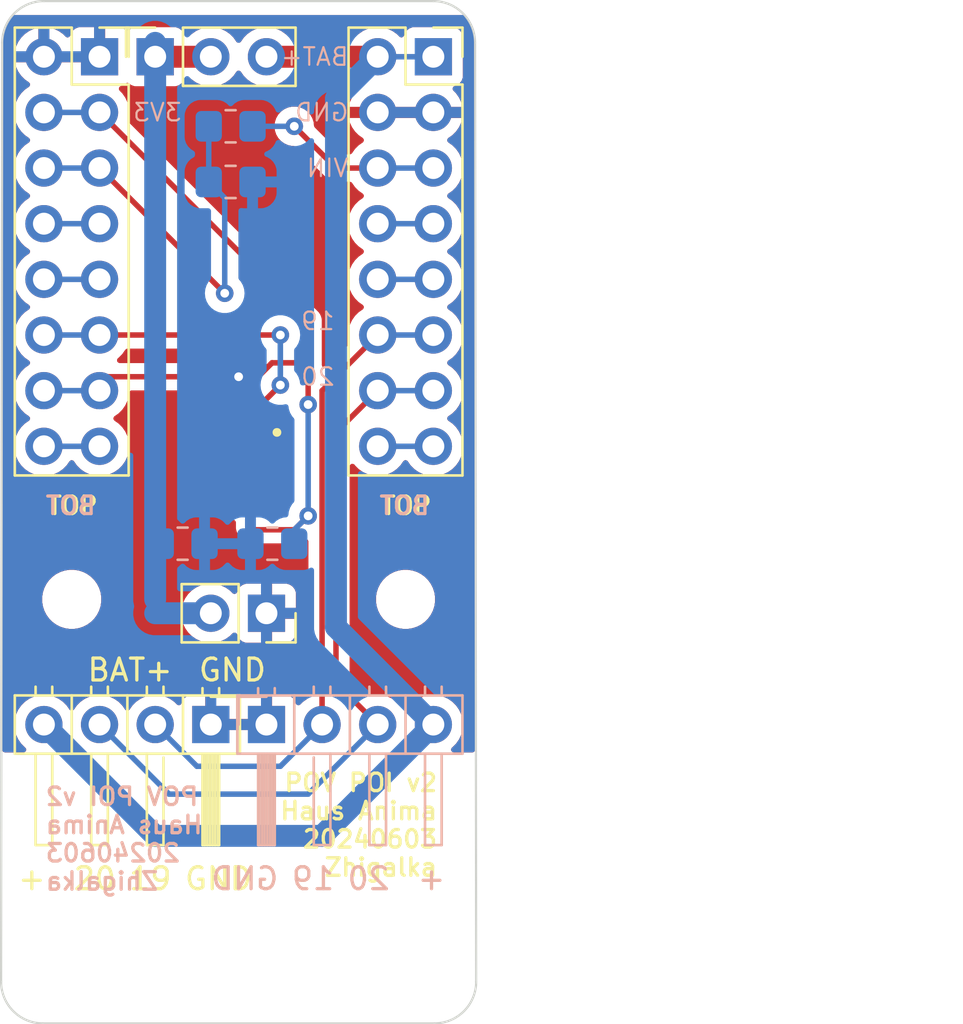
<source format=kicad_pcb>
(kicad_pcb (version 20240108) (generator "pcbnew") (generator_version "8.0")
  (layers (0 "F.Cu" signal) (31 "B.Cu" signal) (34 "B.Paste" user) (35 "F.Paste" user) (36 "B.SilkS" user "B.Silkscreen") (37 "F.SilkS" user "F.Silkscreen") (38 "B.Mask" user) (39 "F.Mask" user) (44 "Edge.Cuts" user))
  (net 0 "")
  (net 1 "GND")
  (net 2 "/IO22")
  (net 3 "/5")
  (net 4 "/23")
  (net 5 "/IO4")
  (net 6 "/IO21")
  (net 7 "/7")
  (net 8 "/VIN")
  (net 9 "/3V3")
  (net 10 "/17")
  (net 11 "/16")
  (net 12 "/19")
  (net 13 "/20")
  (net 14 "/6")
  (net 15 "/BAT_TERMINAL")
  (net 16 "/CHIP_BAT+")
  (net 18 "unconnected-(U1-NC-Pad5)")
  (footprint "MountingHole:MountingHole_2.2mm_M2" (layer "F.Cu") (at 44.45 52.705)
    (property "Reference" "H1" (hide yes))
    (property "Value" "MountingHole" (hide yes))
    (pad "" np_thru_hole circle (at 0 0) (size 2.2 2.2) (drill 2.2) (layers "*.Cu" "*.Mask"))
  )
  (footprint "MountingHole:MountingHole_2.2mm_M2" (layer "F.Cu") (at 64.77 40.64)
    (property "Reference" "H5" (hide yes))
    (property "Value" "MountingHole")
    (pad "" np_thru_hole circle (at 0 0) (size 2.2 2.2) (drill 2.2) (layers "*.Cu" "*.Mask"))
  )
  (footprint "Library:PinHeader_1x04_P2.54mm_Horizontal_Seth" (layer "F.Cu") (at 35.56 58.42 -90)
    (property "Reference" "J5" (hide yes))
    (property "Value" "Conn_01x04" (hide yes))
    (fp_line (start -1.33 8.95) (end 1.33 8.95) (stroke (width 0.12)) (layer "F.SilkS"))
    (fp_line (start 1.33 8.95) (end 1.33 -1.33) (stroke (width 0.12)) (layer "F.SilkS"))
    (fp_line (start -1.727071 8) (end -1.33 8) (stroke (width 0.12)) (layer "F.SilkS"))
    (fp_line (start 5.5 8) (end 1.4 8) (stroke (width 0.12)) (layer "F.SilkS"))
    (fp_line (start -1.727071 7.24) (end -1.33 7.24) (stroke (width 0.12)) (layer "F.SilkS"))
    (fp_line (start 1.4 7.24) (end 5.5 7.24) (stroke (width 0.12)) (layer "F.SilkS"))
    (fp_line (start 5.5 7.24) (end 5.5 8) (stroke (width 0.12)) (layer "F.SilkS"))
    (fp_line (start -1.33 6.35) (end 1.33 6.35) (stroke (width 0.12)) (layer "F.SilkS"))
    (fp_line (start -1.727071 5.46) (end -1.33 5.46) (stroke (width 0.12)) (layer "F.SilkS"))
    (fp_line (start 5.5 5.46) (end 1.4 5.46) (stroke (width 0.12)) (layer "F.SilkS"))
    (fp_line (start -1.727071 4.7) (end -1.33 4.7) (stroke (width 0.12)) (layer "F.SilkS"))
    (fp_line (start 1.4 4.7) (end 5.5 4.7) (stroke (width 0.12)) (layer "F.SilkS"))
    (fp_line (start 5.5 4.7) (end 5.5 5.46) (stroke (width 0.12)) (layer "F.SilkS"))
    (fp_line (start -1.33 3.81) (end 1.33 3.81) (stroke (width 0.12)) (layer "F.SilkS"))
    (fp_line (start -1.727071 2.92) (end -1.33 2.92) (stroke (width 0.12)) (layer "F.SilkS"))
    (fp_line (start 5.5 2.92) (end 1.33 2.92) (stroke (width 0.12)) (layer "F.SilkS"))
    (fp_line (start -1.727071 2.16) (end -1.33 2.16) (stroke (width 0.12)) (layer "F.SilkS"))
    (fp_line (start 1.5 2.16) (end 5.5 2.16) (stroke (width 0.12)) (layer "F.SilkS"))
    (fp_line (start 5.5 2.16) (end 5.5 2.92) (stroke (width 0.12)) (layer "F.SilkS"))
    (fp_line (start -1.33 1.27) (end 1.33 1.27) (stroke (width 0.12)) (layer "F.SilkS"))
    (fp_line (start -1.66 0.38) (end -1.33 0.38) (stroke (width 0.12)) (layer "F.SilkS"))
    (fp_line (start 5.5 0.38) (end 1.4 0.38) (stroke (width 0.12)) (layer "F.SilkS"))
    (fp_line (start 1.4 0.28) (end 5.5 0.28) (stroke (width 0.12)) (layer "F.SilkS"))
    (fp_line (start 1.4 0.16) (end 5.5 0.16) (stroke (width 0.12)) (layer "F.SilkS"))
    (fp_line (start 1.4 0.04) (end 5.5 0.04) (stroke (width 0.12)) (layer "F.SilkS"))
    (fp_line (start -1.27 0) (end -1.27 -1.27) (stroke (width 0.12)) (layer "F.SilkS"))
    (fp_line (start 1.4 -0.08) (end 5.5 -0.08) (stroke (width 0.12)) (layer "F.SilkS"))
    (fp_line (start 1.4 -0.2) (end 5.5 -0.2) (stroke (width 0.12)) (layer "F.SilkS"))
    (fp_line (start 1.4 -0.32) (end 5.5 -0.32) (stroke (width 0.12)) (layer "F.SilkS"))
    (fp_line (start -1.66 -0.38) (end -1.33 -0.38) (stroke (width 0.12)) (layer "F.SilkS"))
    (fp_line (start 1.4 -0.38) (end 5.5 -0.38) (stroke (width 0.12)) (layer "F.SilkS"))
    (fp_line (start 5.5 -0.38) (end 5.5 0.38) (stroke (width 0.12)) (layer "F.SilkS"))
    (fp_line (start -1.27 -1.27) (end 0 -1.27) (stroke (width 0.12)) (layer "F.SilkS"))
    (fp_line (start -1.33 -1.33) (end -1.33 8.95) (stroke (width 0.12)) (layer "F.SilkS"))
    (fp_line (start 1.33 -1.33) (end -1.33 -1.33) (stroke (width 0.12)) (layer "F.SilkS"))
    (pad "1" thru_hole rect (at 0 0 270) (size 1.7 1.7) (drill 1) (layers "*.Cu" "*.Mask") (net 1 "GND"))
    (pad "2" thru_hole oval (at 0 2.54 270) (size 1.7 1.7) (drill 1) (layers "*.Cu" "*.Mask") (net 12 "/19"))
    (pad "3" thru_hole oval (at 0 5.08 270) (size 1.7 1.7) (drill 1) (layers "*.Cu" "*.Mask") (net 13 "/20"))
    (pad "4" thru_hole oval (at 0 7.62 270) (size 1.7 1.7) (drill 1) (layers "*.Cu" "*.Mask") (net 16 "/CHIP_BAT+"))
  )
  (footprint "MountingHole:MountingHole_2.2mm_M2" (layer "F.Cu") (at 29.21 67.31)
    (property "Reference" "H3" (hide yes))
    (property "Value" "MountingHole" (hide yes))
    (pad "" np_thru_hole circle (at 0 0) (size 2.2 2.2) (drill 2.2) (layers "*.Cu" "*.Mask"))
  )
  (footprint "Connector_PinSocket_2.54mm:PinSocket_1x03_P2.54mm_Vertical" (layer "F.Cu") (at 33.02 27.94 90)
    (property "Reference" "SW1" (hide yes))
    (property "Value" "SW_SPDT" (hide yes))
    (fp_line (start 1.33 -1.33) (end 1.33 0) (stroke (width 0.12)) (layer "F.SilkS"))
    (fp_line (start 0 -1.33) (end 1.33 -1.33) (stroke (width 0.12)) (layer "F.SilkS"))
    (fp_line (start 1.33 1.27) (end 1.33 6.41) (stroke (width 0.12)) (layer "F.SilkS"))
    (fp_line (start -1.33 1.27) (end 1.33 1.27) (stroke (width 0.12)) (layer "F.SilkS"))
    (fp_line (start -1.33 1.27) (end -1.33 6.41) (stroke (width 0.12)) (layer "F.SilkS"))
    (fp_line (start -1.33 6.41) (end 1.33 6.41) (stroke (width 0.12)) (layer "F.SilkS"))
    (pad "1" thru_hole rect (at 0 0 90) (size 1.7 1.7) (drill 1) (layers "*.Cu" "*.Mask") (net 15 "/BAT_TERMINAL"))
    (pad "2" thru_hole oval (at 0 2.54 90) (size 1.7 1.7) (drill 1) (layers "*.Cu" "*.Mask") (net 15 "/BAT_TERMINAL"))
    (pad "3" thru_hole oval (at 0 5.08 90) (size 1.7 1.7) (drill 1) (layers "*.Cu" "*.Mask") (net 16 "/CHIP_BAT+"))
  )
  (footprint "Connector_PinSocket_2.54mm:PinSocket_1x02_P2.54mm_Vertical" (layer "F.Cu") (at 38.1 53.34 -90)
    (property "Reference" "BatteryConn1" (hide yes))
    (property "Value" "Conn_01x02" (hide yes))
    (fp_line (start -1.33 3.87) (end 1.33 3.87) (stroke (width 0.12)) (layer "F.SilkS"))
    (fp_line (start -1.33 1.27) (end -1.33 3.87) (stroke (width 0.12)) (layer "F.SilkS"))
    (fp_line (start -1.33 1.27) (end 1.33 1.27) (stroke (width 0.12)) (layer "F.SilkS"))
    (fp_line (start 1.33 1.27) (end 1.33 3.87) (stroke (width 0.12)) (layer "F.SilkS"))
    (fp_line (start 0 -1.33) (end 1.33 -1.33) (stroke (width 0.12)) (layer "F.SilkS"))
    (fp_line (start 1.33 -1.33) (end 1.33 0) (stroke (width 0.12)) (layer "F.SilkS"))
    (pad "1" thru_hole rect (at 0 0 270) (size 1.7 1.7) (drill 1) (layers "*.Cu" "*.Mask") (net 1 "GND"))
    (pad "2" thru_hole oval (at 0 2.54 270) (size 1.7 1.7) (drill 1) (layers "*.Cu" "*.Mask") (net 15 "/BAT_TERMINAL"))
  )
  (footprint "Library:PQFN50P200X200X100-12N_HandSoldering" (layer "F.Cu") (at 37.08 46.485 -90)
    (property "Reference" "U1" (hide yes))
    (property "Value" "MC3479")
    (fp_circle (center -1.4 -1.5) (end -1.3 -1.5) (stroke (width 0.2)) (fill none) (layer "F.SilkS"))
    (pad "1" smd rect (at -1.34 -0.75 270) (size 1.5 0.35) (layers "F.Cu" "F.Paste" "F.Mask") (net 2 "/IO22"))
    (pad "2" smd rect (at -1.34 -0.25 270) (size 1.5 0.35) (layers "F.Cu" "F.Paste" "F.Mask") (net 9 "/3V3"))
    (pad "3" smd rect (at -1.34 0.25 270) (size 1.5 0.35) (layers "F.Cu" "F.Paste" "F.Mask") (net 1 "GND"))
    (pad "4" smd rect (at -1.34 0.75 270) (size 1.5 0.35) (layers "F.Cu" "F.Paste" "F.Mask") (net 6 "/IO21"))
    (pad "5" smd rect (at -0.25 1.34 270) (size 0.35 1.5) (layers "F.Cu" "F.Paste" "F.Mask") (net 18 "unconnected-(U1-NC-Pad5)"))
    (pad "6" smd rect (at 0.25 1.34 270) (size 0.35 1.5) (layers "F.Cu" "F.Paste" "F.Mask") (net 1 "GND"))
    (pad "7" smd rect (at 1.34 0.75 270) (size 1.5 0.35) (layers "F.Cu" "F.Paste" "F.Mask") (net 1 "GND"))
    (pad "8" smd rect (at 1.34 0.25 270) (size 1.5 0.35) (layers "F.Cu" "F.Paste" "F.Mask"))
    (pad "9" smd rect (at 1.34 -0.25 270) (size 1.5 0.35) (layers "F.Cu" "F.Paste" "F.Mask") (net 9 "/3V3"))
    (pad "10" smd rect (at 1.34 -0.75 270) (size 1.5 0.35) (layers "F.Cu" "F.Paste" "F.Mask"))
    (pad "11" smd rect (at 0.25 -1.32 270) (size 0.35 1.5) (layers "F.Cu" "F.Paste" "F.Mask"))
    (pad "12" smd rect (at -0.25 -1.32 270) (size 0.35 1.5) (layers "F.Cu" "F.Paste" "F.Mask"))
  )
  (footprint "Connector_PinSocket_2.54mm:PinSocket_2x08_P2.54mm_Vertical" (layer "F.Cu") (at 45.72 27.94)
    (property "Reference" "J2" (hide yes))
    (property "Value" "Conn_02x08_Top_Bottom" (hide yes))
    (fp_line (start -3.87 -1.33) (end -3.87 19.11) (stroke (width 0.12)) (layer "F.SilkS"))
    (fp_line (start -3.87 -1.33) (end -1.27 -1.33) (stroke (width 0.12)) (layer "F.SilkS"))
    (fp_line (start -3.87 19.11) (end 1.33 19.11) (stroke (width 0.12)) (layer "F.SilkS"))
    (fp_line (start -1.27 -1.33) (end -1.27 1.27) (stroke (width 0.12)) (layer "F.SilkS"))
    (fp_line (start -1.27 1.27) (end 1.33 1.27) (stroke (width 0.12)) (layer "F.SilkS"))
    (fp_line (start 0 -1.33) (end 1.33 -1.33) (stroke (width 0.12)) (layer "F.SilkS"))
    (fp_line (start 1.33 -1.33) (end 1.33 0) (stroke (width 0.12)) (layer "F.SilkS"))
    (fp_line (start 1.33 1.27) (end 1.33 19.11) (stroke (width 0.12)) (layer "F.SilkS"))
    (pad "1" thru_hole rect (at 0 0) (size 1.7 1.7) (drill 1) (layers "*.Cu" "*.Mask") (net 16 "/CHIP_BAT+"))
    (pad "2" thru_hole oval (at -2.54 0) (size 1.7 1.7) (drill 1) (layers "*.Cu" "*.Mask") (net 16 "/CHIP_BAT+"))
    (pad "3" thru_hole oval (at 0 2.54) (size 1.7 1.7) (drill 1) (layers "*.Cu" "*.Mask") (net 1 "GND"))
    (pad "4" thru_hole oval (at -2.54 2.54) (size 1.7 1.7) (drill 1) (layers "*.Cu" "*.Mask") (net 1 "GND"))
    (pad "5" thru_hole oval (at 0 5.08) (size 1.7 1.7) (drill 1) (layers "*.Cu" "*.Mask") (net 8 "/VIN"))
    (pad "6" thru_hole oval (at -2.54 5.08) (size 1.7 1.7) (drill 1) (layers "*.Cu" "*.Mask") (net 8 "/VIN"))
    (pad "7" thru_hole oval (at 0 7.62) (size 1.7 1.7) (drill 1) (layers "*.Cu" "*.Mask") (net 10 "/17"))
    (pad "8" thru_hole oval (at -2.54 7.62) (size 1.7 1.7) (drill 1) (layers "*.Cu" "*.Mask") (net 10 "/17"))
    (pad "9" thru_hole oval (at 0 10.16) (size 1.7 1.7) (drill 1) (layers "*.Cu" "*.Mask") (net 11 "/16"))
    (pad "10" thru_hole oval (at -2.54 10.16) (size 1.7 1.7) (drill 1) (layers "*.Cu" "*.Mask") (net 11 "/16"))
    (pad "11" thru_hole oval (at 0 12.7) (size 1.7 1.7) (drill 1) (layers "*.Cu" "*.Mask") (net 12 "/19"))
    (pad "12" thru_hole oval (at -2.54 12.7) (size 1.7 1.7) (drill 1) (layers "*.Cu" "*.Mask") (net 12 "/19"))
    (pad "13" thru_hole oval (at 0 15.24) (size 1.7 1.7) (drill 1) (layers "*.Cu" "*.Mask") (net 13 "/20"))
    (pad "14" thru_hole oval (at -2.54 15.24) (size 1.7 1.7) (drill 1) (layers "*.Cu" "*.Mask") (net 13 "/20"))
    (pad "15" thru_hole oval (at 0 17.78) (size 1.7 1.7) (drill 1) (layers "*.Cu" "*.Mask") (net 14 "/6"))
    (pad "16" thru_hole oval (at -2.54 17.78) (size 1.7 1.7) (drill 1) (layers "*.Cu" "*.Mask") (net 14 "/6"))
  )
  (footprint "MountingHole:MountingHole_2.2mm_M2" (layer "F.Cu") (at 44.45 67.31)
    (property "Reference" "H4" (hide yes))
    (property "Value" "MountingHole" (hide yes))
    (pad "" np_thru_hole circle (at 0 0) (size 2.2 2.2) (drill 2.2) (layers "*.Cu" "*.Mask"))
  )
  (footprint "Connector_PinSocket_2.54mm:PinSocket_2x08_P2.54mm_Vertical" (layer "F.Cu") (at 30.48 27.94)
    (property "Reference" "J1" (hide yes))
    (property "Value" "Conn_02x08_Top_Bottom" (hide yes))
    (fp_line (start -3.87 -1.33) (end -3.87 19.11) (stroke (width 0.12)) (layer "F.SilkS"))
    (fp_line (start -3.87 -1.33) (end -1.27 -1.33) (stroke (width 0.12)) (layer "F.SilkS"))
    (fp_line (start -3.87 19.11) (end 1.33 19.11) (stroke (width 0.12)) (layer "F.SilkS"))
    (fp_line (start -1.27 -1.33) (end -1.27 1.27) (stroke (width 0.12)) (layer "F.SilkS"))
    (fp_line (start -1.27 1.27) (end 1.33 1.27) (stroke (width 0.12)) (layer "F.SilkS"))
    (fp_line (start 0 -1.33) (end 1.33 -1.33) (stroke (width 0.12)) (layer "F.SilkS"))
    (fp_line (start 1.33 -1.33) (end 1.33 0) (stroke (width 0.12)) (layer "F.SilkS"))
    (fp_line (start 1.33 1.27) (end 1.33 19.11) (stroke (width 0.12)) (layer "F.SilkS"))
    (pad "1" thru_hole rect (at 0 0) (size 1.7 1.7) (drill 1) (layers "*.Cu" "*.Mask") (net 1 "GND"))
    (pad "2" thru_hole oval (at -2.54 0) (size 1.7 1.7) (drill 1) (layers "*.Cu" "*.Mask") (net 1 "GND"))
    (pad "3" thru_hole oval (at 0 2.54) (size 1.7 1.7) (drill 1) (layers "*.Cu" "*.Mask") (net 9 "/3V3"))
    (pad "4" thru_hole oval (at -2.54 2.54) (size 1.7 1.7) (drill 1) (layers "*.Cu" "*.Mask") (net 9 "/3V3"))
    (pad "5" thru_hole oval (at 0 5.08) (size 1.7 1.7) (drill 1) (layers "*.Cu" "*.Mask") (net 5 "/IO4"))
    (pad "6" thru_hole oval (at -2.54 5.08) (size 1.7 1.7) (drill 1) (layers "*.Cu" "*.Mask") (net 5 "/IO4"))
    (pad "7" thru_hole oval (at 0 7.62) (size 1.7 1.7) (drill 1) (layers "*.Cu" "*.Mask") (net 3 "/5"))
    (pad "8" thru_hole oval (at -2.54 7.62) (size 1.7 1.7) (drill 1) (layers "*.Cu" "*.Mask") (net 3 "/5"))
    (pad "9" thru_hole oval (at 0 10.16) (size 1.7 1.7) (drill 1) (layers "*.Cu" "*.Mask") (net 4 "/23"))
    (pad "10" thru_hole oval (at -2.54 10.16) (size 1.7 1.7) (drill 1) (layers "*.Cu" "*.Mask") (net 4 "/23"))
    (pad "11" thru_hole oval (at 0 12.7) (size 1.7 1.7) (drill 1) (layers "*.Cu" "*.Mask") (net 2 "/IO22"))
    (pad "12" thru_hole oval (at -2.54 12.7) (size 1.7 1.7) (drill 1) (layers "*.Cu" "*.Mask") (net 2 "/IO22"))
    (pad "13" thru_hole oval (at 0 15.24) (size 1.7 1.7) (drill 1) (layers "*.Cu" "*.Mask") (net 6 "/IO21"))
    (pad "14" thru_hole oval (at -2.54 15.24) (size 1.7 1.7) (drill 1) (layers "*.Cu" "*.Mask") (net 6 "/IO21"))
    (pad "15" thru_hole oval (at 0 17.78) (size 1.7 1.7) (drill 1) (layers "*.Cu" "*.Mask") (net 7 "/7"))
    (pad "16" thru_hole oval (at -2.54 17.78) (size 1.7 1.7) (drill 1) (layers "*.Cu" "*.Mask") (net 7 "/7"))
  )
  (footprint "MountingHole:MountingHole_2.2mm_M2" (layer "F.Cu") (at 29.21 52.705)
    (property "Reference" "H2" (hide yes))
    (property "Value" "MountingHole" (hide yes))
    (pad "" np_thru_hole circle (at 0 0) (size 2.2 2.2) (drill 2.2) (layers "*.Cu" "*.Mask"))
  )
  (footprint "Resistor_SMD:R_0805_2012Metric_Pad1.20x1.40mm_HandSolder" (layer "B.Cu") (at 36.465 31.115)
    (property "Reference" "R1" (hide yes))
    (property "Value" "R_US" (hide yes))
    (fp_line (start 0.227064 -0.735) (end -0.227064 -0.735) (stroke (width 0.12)) (layer "B.SilkS"))
    (fp_line (start 0.227064 0.735) (end -0.227064 0.735) (stroke (width 0.12)) (layer "B.SilkS"))
    (pad "1" smd roundrect (at -1 0) (size 1.2 1.4) (layers "B.Cu" "B.Paste" "B.Mask") (roundrect_rratio 0.208333) (net 5 "/IO4"))
    (pad "2" smd roundrect (at 1 0) (size 1.2 1.4) (layers "B.Cu" "B.Paste" "B.Mask") (roundrect_rratio 0.208333) (net 8 "/VIN"))
  )
  (footprint "Resistor_SMD:R_0805_2012Metric_Pad1.20x1.40mm_HandSolder" (layer "B.Cu") (at 38.37 50.165 180)
    (property "Reference" "C1" (hide yes))
    (property "Value" "C_Polarized" (hide yes))
    (fp_line (start 0.227064 0.735) (end -0.227064 0.735) (stroke (width 0.12)) (layer "B.SilkS"))
    (fp_line (start 0.227064 -0.735) (end -0.227064 -0.735) (stroke (width 0.12)) (layer "B.SilkS"))
    (pad "1" smd roundrect (at -1 0 180) (size 1.2 1.4) (layers "B.Cu" "B.Paste" "B.Mask") (roundrect_rratio 0.208333) (net 9 "/3V3"))
    (pad "2" smd roundrect (at 1 0 180) (size 1.2 1.4) (layers "B.Cu" "B.Paste" "B.Mask") (roundrect_rratio 0.208333) (net 1 "GND"))
  )
  (footprint "Resistor_SMD:R_0805_2012Metric_Pad1.20x1.40mm_HandSolder" (layer "B.Cu") (at 34.274 50.165)
    (property "Reference" "C2" (hide yes))
    (property "Value" "C_Polarized" (hide yes))
    (fp_line (start 0.227064 -0.735) (end -0.227064 -0.735) (stroke (width 0.12)) (layer "B.SilkS"))
    (fp_line (start 0.227064 0.735) (end -0.227064 0.735) (stroke (width 0.12)) (layer "B.SilkS"))
    (pad "1" smd roundrect (at -1 0) (size 1.2 1.4) (layers "B.Cu" "B.Paste" "B.Mask") (roundrect_rratio 0.208333) (net 15 "/BAT_TERMINAL"))
    (pad "2" smd roundrect (at 1 0) (size 1.2 1.4) (layers "B.Cu" "B.Paste" "B.Mask") (roundrect_rratio 0.208333) (net 1 "GND"))
  )
  (footprint "Library:PinHeader_1x04_P2.54mm_Horizontal_Seth" (layer "B.Cu") (at 38.1 58.42 -90)
    (property "Reference" "J3" (hide yes))
    (property "Value" "Conn_01x04" (hide yes))
    (fp_line (start -1.33 1.33) (end 1.33 1.33) (stroke (width 0.12)) (layer "B.SilkS"))
    (fp_line (start 1.33 1.33) (end 1.33 -8.95) (stroke (width 0.12)) (layer "B.SilkS"))
    (fp_line (start -1.27 1.27) (end -1.27 0) (stroke (width 0.12)) (layer "B.SilkS"))
    (fp_line (start 0 1.27) (end -1.27 1.27) (stroke (width 0.12)) (layer "B.SilkS"))
    (fp_line (start -1.33 0.38) (end -1.66 0.38) (stroke (width 0.12)) (layer "B.SilkS"))
    (fp_line (start 5.5 0.38) (end 1.4 0.38) (stroke (width 0.12)) (layer "B.SilkS"))
    (fp_line (start 5.5 0.32) (end 1.4 0.32) (stroke (width 0.12)) (layer "B.SilkS"))
    (fp_line (start 5.5 0.2) (end 1.4 0.2) (stroke (width 0.12)) (layer "B.SilkS"))
    (fp_line (start 5.5 0.08) (end 1.4 0.08) (stroke (width 0.12)) (layer "B.SilkS"))
    (fp_line (start 5.5 -0.04) (end 1.4 -0.04) (stroke (width 0.12)) (layer "B.SilkS"))
    (fp_line (start 5.5 -0.16) (end 1.4 -0.16) (stroke (width 0.12)) (layer "B.SilkS"))
    (fp_line (start 5.5 -0.28) (end 1.4 -0.28) (stroke (width 0.12)) (layer "B.SilkS"))
    (fp_line (start -1.33 -0.38) (end -1.66 -0.38) (stroke (width 0.12)) (layer "B.SilkS"))
    (fp_line (start 1.4 -0.38) (end 5.5 -0.38) (stroke (width 0.12)) (layer "B.SilkS"))
    (fp_line (start 5.5 -0.38) (end 5.5 0.38) (stroke (width 0.12)) (layer "B.SilkS"))
    (fp_line (start 1.33 -1.27) (end -1.33 -1.27) (stroke (width 0.12)) (layer "B.SilkS"))
    (fp_line (start -1.33 -2.16) (end -1.727071 -2.16) (stroke (width 0.12)) (layer "B.SilkS"))
    (fp_line (start 5.5 -2.16) (end 1.5 -2.16) (stroke (width 0.12)) (layer "B.SilkS"))
    (fp_line (start -1.33 -2.92) (end -1.727071 -2.92) (stroke (width 0.12)) (layer "B.SilkS"))
    (fp_line (start 1.33 -2.92) (end 5.5 -2.92) (stroke (width 0.12)) (layer "B.SilkS"))
    (fp_line (start 5.5 -2.92) (end 5.5 -2.16) (stroke (width 0.12)) (layer "B.SilkS"))
    (fp_line (start 1.33 -3.81) (end -1.33 -3.81) (stroke (width 0.12)) (layer "B.SilkS"))
    (fp_line (start -1.33 -4.7) (end -1.727071 -4.7) (stroke (width 0.12)) (layer "B.SilkS"))
    (fp_line (start 5.5 -4.7) (end 1.4 -4.7) (stroke (width 0.12)) (layer "B.SilkS"))
    (fp_line (start -1.33 -5.46) (end -1.727071 -5.46) (stroke (width 0.12)) (layer "B.SilkS"))
    (fp_line (start 1.4 -5.46) (end 5.5 -5.46) (stroke (width 0.12)) (layer "B.SilkS"))
    (fp_line (start 5.5 -5.46) (end 5.5 -4.7) (stroke (width 0.12)) (layer "B.SilkS"))
    (fp_line (start 1.33 -6.35) (end -1.33 -6.35) (stroke (width 0.12)) (layer "B.SilkS"))
    (fp_line (start -1.33 -7.24) (end -1.727071 -7.24) (stroke (width 0.12)) (layer "B.SilkS"))
    (fp_line (start 5.5 -7.24) (end 1.4 -7.24) (stroke (width 0.12)) (layer "B.SilkS"))
    (fp_line (start -1.33 -8) (end -1.727071 -8) (stroke (width 0.12)) (layer "B.SilkS"))
    (fp_line (start 1.4 -8) (end 5.5 -8) (stroke (width 0.12)) (layer "B.SilkS"))
    (fp_line (start 5.5 -8) (end 5.5 -7.24) (stroke (width 0.12)) (layer "B.SilkS"))
    (fp_line (start -1.33 -8.95) (end -1.33 1.33) (stroke (width 0.12)) (layer "B.SilkS"))
    (fp_line (start 1.33 -8.95) (end -1.33 -8.95) (stroke (width 0.12)) (layer "B.SilkS"))
    (pad "1" thru_hole rect (at 0 0 270) (size 1.7 1.7) (drill 1) (layers "*.Cu" "*.Mask") (net 1 "GND"))
    (pad "2" thru_hole oval (at 0 -2.54 270) (size 1.7 1.7) (drill 1) (layers "*.Cu" "*.Mask") (net 12 "/19"))
    (pad "3" thru_hole oval (at 0 -5.08 270) (size 1.7 1.7) (drill 1) (layers "*.Cu" "*.Mask") (net 13 "/20"))
    (pad "4" thru_hole oval (at 0 -7.62 270) (size 1.7 1.7) (drill 1) (layers "*.Cu" "*.Mask") (net 16 "/CHIP_BAT+"))
  )
  (footprint "Resistor_SMD:R_0805_2012Metric_Pad1.20x1.40mm_HandSolder" (layer "B.Cu") (at 36.465 33.655 180)
    (property "Reference" "R2" (hide yes))
    (property "Value" "R_US" (hide yes))
    (fp_line (start 0.227064 0.735) (end -0.227064 0.735) (stroke (width 0.12)) (layer "B.SilkS"))
    (fp_line (start 0.227064 -0.735) (end -0.227064 -0.735) (stroke (width 0.12)) (layer "B.SilkS"))
    (pad "1" smd roundrect (at -1 0 180) (size 1.2 1.4) (layers "B.Cu" "B.Paste" "B.Mask") (roundrect_rratio 0.208333) (net 1 "GND"))
    (pad "2" smd roundrect (at 1 0 180) (size 1.2 1.4) (layers "B.Cu" "B.Paste" "B.Mask") (roundrect_rratio 0.208333) (net 5 "/IO4"))
  )
  (gr_line (start 47.674962 70.153962) (end 47.625 27.305) (stroke (width 0.1)) (layer "Edge.Cuts"))
  (gr_line (start 27.890038 72.058962) (end 45.769962 72.058962) (stroke (width 0.1)) (layer "Edge.Cuts"))
  (gr_arc (start 26.034999 27.305) (mid 26.592961 25.957962) (end 27.939999 25.4) (stroke (width 0.1)) (layer "Edge.Cuts"))
  (gr_arc (start 27.890038 72.058962) (mid 26.543 71.501) (end 25.985038 70.153962) (stroke (width 0.1)) (layer "Edge.Cuts"))
  (gr_line (start 45.72 25.400001) (end 27.939999 25.4) (stroke (width 0.1)) (layer "Edge.Cuts"))
  (gr_arc (start 45.72 25.4) (mid 47.067038 25.957962) (end 47.625 27.305) (stroke (width 0.1)) (layer "Edge.Cuts"))
  (gr_arc (start 47.674962 70.153962) (mid 47.117 71.501) (end 45.769962 72.058962) (stroke (width 0.1)) (layer "Edge.Cuts"))
  (gr_line (start 26.034999 27.305) (end 25.985038 70.153962) (stroke (width 0.1)) (layer "Edge.Cuts"))
  (gr_text "POV POI v2\nHaus Anima\n20240603\nZhigalka" (at 27.94 66.04 0) (layer "B.SilkS") (effects (font (size 0.8 0.8) (thickness 0.15) (bold yes)) (justify right bottom mirror)))
  (gr_text "20" (at 41.275 42.545 0) (layer "B.SilkS") (effects (font (size 0.8 0.8) (thickness 0.1) (bold yes)) (justify left mirror)))
  (gr_text "BOT" (at 27.94 48.895 0) (layer "B.SilkS") (effects (font (size 0.8 0.8) (thickness 0.15) (bold yes)) (justify right bottom mirror)))
  (gr_text "VIN" (at 41.91 33.02 -0) (layer "B.SilkS") (effects (font (size 0.8 0.8) (thickness 0.1) (bold yes)) (justify left mirror)))
  (gr_text "3V3" (at 34.29 30.48 -0) (layer "B.SilkS") (effects (font (size 0.8 0.8) (thickness 0.1) (bold yes)) (justify left mirror)))
  (gr_text "BAT+" (at 41.91 27.94 -0) (layer "B.SilkS") (effects (font (size 0.8 0.8) (thickness 0.1) (bold yes)) (justify left mirror)))
  (gr_text "BOT" (at 43.18 48.895 0) (layer "B.SilkS") (effects (font (size 0.8 0.8) (thickness 0.15) (bold yes)) (justify right bottom mirror)))
  (gr_text "19\n" (at 41.275 66.04 0) (layer "B.SilkS") (effects (font (size 1 1)) (justify left bottom mirror)))
  (gr_text "20" (at 43.815 66.04 0) (layer "B.SilkS") (effects (font (size 1 1)) (justify left bottom mirror)))
  (gr_text "GND" (at 41.91 30.48 -0) (layer "B.SilkS") (effects (font (size 0.8 0.8) (thickness 0.1) (bold yes)) (justify left mirror)))
  (gr_text "GND" (at 38.735 66.04 0) (layer "B.SilkS") (effects (font (size 1 1)) (justify left bottom mirror)))
  (gr_text "19" (at 41.275 40.005 0) (layer "B.SilkS") (effects (font (size 0.8 0.8) (thickness 0.1) (bold yes)) (justify left mirror)))
  (gr_text "+\n" (at 46.355 66.04 0) (layer "B.SilkS") (effects (font (size 1 1)) (justify left bottom mirror)))
  (gr_text "+\n" (at 26.67 66.04 0) (layer "F.SilkS") (effects (font (size 1 1)) (justify left bottom)))
  (gr_text "TOP" (at 45.72 48.895 0) (layer "F.SilkS") (effects (font (size 0.8 0.8) (thickness 0.15) (bold yes)) (justify right bottom)))
  (gr_text "BAT+" (at 29.845 56.515 0) (layer "F.SilkS") (effects (font (size 1 1)) (justify left bottom)))
  (gr_text "TOP" (at 30.48 48.895 0) (layer "F.SilkS") (effects (font (size 0.8 0.8) (thickness 0.15) (bold yes)) (justify right bottom)))
  (gr_text "20" (at 29.21 66.04 0) (layer "F.SilkS") (effects (font (size 1 1)) (justify left bottom)))
  (gr_text "GND" (at 34.29 66.04 0) (layer "F.SilkS") (effects (font (size 1 1)) (justify left bottom)))
  (gr_text "19" (at 31.75 66.04 0) (layer "F.SilkS") (effects (font (size 1 1)) (justify left bottom)))
  (gr_text "GND" (at 34.925 56.515 0) (layer "F.SilkS") (effects (font (size 1 1)) (justify left bottom)))
  (gr_text "POV POI v2\nHaus Anima\n20240603\nZhigalka" (at 45.974 65.405 0) (layer "F.SilkS") (effects (font (size 0.8 0.8) (thickness 0.15) (bold yes)) (justify right bottom)))
  (segment (start 36.33 47.825) (end 36.33 49.649) (width 0.254) (layer "F.Cu") (net 1))
  (segment (start 36.83 45.145) (end 36.83 42.545) (width 0.254) (layer "F.Cu") (net 1))
  (segment (start 35.74 46.735) (end 34.036 46.735) (width 0.254) (layer "F.Cu") (net 1))
  (via (at 36.83 42.545) (size 0.8) (drill 0.4) (layers "F.Cu" "B.Cu") (net 1))
  (segment (start 37.83 43.831) (end 37.83 45.145) (width 0.254) (layer "F.Cu") (net 2))
  (segment (start 30.48 40.64) (end 38.735 40.64) (width 0.25) (layer "F.Cu") (net 2))
  (segment (start 38.735 42.926) (end 37.83 43.831) (width 0.254) (layer "F.Cu") (net 2))
  (via (at 38.735 42.926) (size 0.8) (drill 0.4) (layers "F.Cu" "B.Cu") (net 2))
  (via (at 38.735 40.64) (size 0.8) (drill 0.4) (layers "F.Cu" "B.Cu") (net 2))
  (segment (start 38.735 40.64) (end 38.735 42.926) (width 0.254) (layer "B.Cu") (net 2))
  (segment (start 27.94 40.64) (end 30.48 40.64) (width 0.25) (layer "B.Cu") (net 2))
  (segment (start 27.94 35.56) (end 30.48 35.56) (width 0.25) (layer "B.Cu") (net 3))
  (segment (start 27.94 38.1) (end 30.48 38.1) (width 0.25) (layer "B.Cu") (net 4))
  (segment (start 34.29 36.83) (end 36.195 38.735) (width 0.25) (layer "F.Cu") (net 5))
  (segment (start 34.29 36.83) (end 30.48 33.02) (width 0.25) (layer "F.Cu") (net 5))
  (via (at 36.195 38.735) (size 0.8) (drill 0.4) (layers "F.Cu" "B.Cu") (net 5))
  (segment (start 36.195 34.385) (end 35.465 33.655) (width 0.25) (layer "B.Cu") (net 5))
  (segment (start 36.195 38.735) (end 36.195 34.385) (width 0.25) (layer "B.Cu") (net 5))
  (segment (start 35.465 33.655) (end 35.465 31.115) (width 0.25) (layer "B.Cu") (net 5))
  (segment (start 27.94 33.02) (end 30.48 33.02) (width 0.25) (layer "B.Cu") (net 5))
  (segment (start 30.48 42.545) (end 35.56 42.545) (width 0.25) (layer "F.Cu") (net 6))
  (segment (start 35.56 42.545) (end 36.33 43.315) (width 0.25) (layer "F.Cu") (net 6))
  (segment (start 36.33 43.315) (end 36.33 45.145) (width 0.25) (layer "F.Cu") (net 6))
  (segment (start 27.94 43.18) (end 30.48 43.18) (width 0.25) (layer "B.Cu") (net 6))
  (segment (start 30.48 43.18) (end 31.115 43.18) (width 0.25) (layer "B.Cu") (net 6))
  (segment (start 27.94 45.72) (end 30.48 45.72) (width 0.25) (layer "B.Cu") (net 7))
  (segment (start 41.275 33.02) (end 39.37 31.115) (width 0.25) (layer "F.Cu") (net 8))
  (segment (start 43.18 33.02) (end 41.275 33.02) (width 0.25) (layer "F.Cu") (net 8))
  (via (at 39.37 31.115) (size 0.8) (drill 0.4) (layers "F.Cu" "B.Cu") (net 8))
  (segment (start 43.18 33.02) (end 45.72 33.02) (width 0.25) (layer "B.Cu") (net 8))
  (segment (start 39.37 31.115) (end 37.465 31.115) (width 0.25) (layer "B.Cu") (net 8))
  (segment (start 37.33 49.395) (end 37.465 49.53) (width 0.254) (layer "F.Cu") (net 9))
  (segment (start 40.005 48.895) (end 39.37 49.53) (width 0.25) (layer "F.Cu") (net 9))
  (segment (start 30.48 30.48) (end 40.005 40.005) (width 0.25) (layer "F.Cu") (net 9))
  (segment (start 37.33 42.934) (end 38.354 41.91) (width 0.254) (layer "F.Cu") (net 9))
  (segment (start 37.33 47.825) (end 37.33 49.395) (width 0.254) (layer "F.Cu") (net 9))
  (segment (start 38.1 49.53) (end 37.465 49.53) (width 0.25) (layer "F.Cu") (net 9))
  (segment (start 39.37 49.53) (end 38.1 49.53) (width 0.25) (layer "F.Cu") (net 9))
  (segment (start 40.005 40.005) (end 40.005 41.91) (width 0.25) (layer "F.Cu") (net 9))
  (segment (start 40.005 41.91) (end 40.005 43.815) (width 0.25) (layer "F.Cu") (net 9))
  (segment (start 38.354 41.91) (end 40.005 41.91) (width 0.254) (layer "F.Cu") (net 9))
  (segment (start 37.33 45.145) (end 37.33 42.934) (width 0.254) (layer "F.Cu") (net 9))
  (via (at 40.005 43.815) (size 0.8) (drill 0.4) (layers "F.Cu" "B.Cu") (net 9))
  (via (at 40.005 48.895) (size 0.8) (drill 0.4) (layers "F.Cu" "B.Cu") (net 9))
  (segment (start 40.005 43.815) (end 40.005 48.895) (width 0.25) (layer "B.Cu") (net 9))
  (segment (start 40.005 48.895) (end 39.37 49.53) (width 0.25) (layer "B.Cu") (net 9))
  (segment (start 27.94 30.48) (end 30.48 30.48) (width 0.25) (layer "B.Cu") (net 9))
  (segment (start 43.18 35.56) (end 45.72 35.56) (width 0.25) (layer "B.Cu") (net 10))
  (segment (start 43.18 38.1) (end 45.72 38.1) (width 0.25) (layer "B.Cu") (net 11))
  (segment (start 40.64 43.18) (end 40.64 58.42) (width 0.25) (layer "F.Cu") (net 12))
  (segment (start 43.18 40.64) (end 40.64 43.18) (width 0.25) (layer "F.Cu") (net 12))
  (segment (start 38.735 60.325) (end 34.925 60.325) (width 0.25) (layer "B.Cu") (net 12))
  (segment (start 43.18 40.64) (end 45.72 40.64) (width 0.25) (layer "B.Cu") (net 12))
  (segment (start 40.64 58.42) (end 38.735 60.325) (width 0.25) (layer "B.Cu") (net 12))
  (segment (start 34.925 60.325) (end 33.02 58.42) (width 0.25) (layer "B.Cu") (net 12))
  (segment (start 41.275 45.085) (end 41.275 56.515) (width 0.25) (layer "F.Cu") (net 13))
  (segment (start 41.275 56.515) (end 43.18 58.42) (width 0.25) (layer "F.Cu") (net 13))
  (segment (start 43.18 43.18) (end 41.275 45.085) (width 0.25) (layer "F.Cu") (net 13))
  (segment (start 43.18 43.18) (end 45.72 43.18) (width 0.25) (layer "B.Cu") (net 13))
  (segment (start 30.48 58.42) (end 33.655 61.595) (width 0.25) (layer "B.Cu") (net 13))
  (segment (start 43.18 58.42) (end 40.005 61.595) (width 0.25) (layer "B.Cu") (net 13))
  (segment (start 33.655 61.595) (end 40.005 61.595) (width 0.25) (layer "B.Cu") (net 13))
  (segment (start 43.18 45.72) (end 45.72 45.72) (width 0.25) (layer "B.Cu") (net 14))
  (segment (start 33.02 27.94) (end 35.56 27.94) (width 1) (layer "F.Cu") (net 15))
  (segment (start 33.02 53.34) (end 35.56 53.34) (width 1) (layer "B.Cu") (net 15))
  (segment (start 33.02 52.705) (end 33.02 27.305) (width 1) (layer "B.Cu") (net 15))
  (segment (start 38.1 27.94) (end 43.18 27.94) (width 1) (layer "F.Cu") (net 16))
  (segment (start 41.275 29.845) (end 43.18 27.94) (width 1) (layer "B.Cu") (net 16))
  (segment (start 40.64 63.5) (end 45.72 58.42) (width 1) (layer "B.Cu") (net 16))
  (segment (start 33.02 63.5) (end 40.64 63.5) (width 1) (layer "B.Cu") (net 16))
  (segment (start 41.275 53.975) (end 41.275 29.845) (width 1) (layer "B.Cu") (net 16))
  (segment (start 43.18 27.94) (end 45.72 27.94) (width 0.25) (layer "B.Cu") (net 16))
  (segment (start 45.72 58.42) (end 41.275 53.975) (width 1) (layer "B.Cu") (net 16))
  (segment (start 27.94 58.42) (end 33.02 63.5) (width 1) (layer "B.Cu") (net 16))
  (segment (start 36.315 46.235) (end 36.308 46.228) (width 0.254) (layer "F.Cu") (net 18))
  (zone (net 1) (net_name "GND") (layer "F.Cu") (connect_pads (clearance 0.5)) (min_thickness 0.25) (fill yes (thermal_gap 0.5) (thermal_bridge_width 0.5))
    (polygon (pts (xy 26.035 26.035) (xy 26.035 59.69) (xy 47.625 59.69) (xy 47.625 26.035)))
  )
  (zone (net 1) (net_name "GND") (layer "F.Cu") (connect_pads (clearance 0.5)) (min_thickness 0.25) (fill yes (thermal_gap 0.5) (thermal_bridge_width 0.5))
    (polygon (pts (xy 26.035 26.035) (xy 26.035 59.69) (xy 47.625 59.69) (xy 47.625 26.035)))
  )
  (zone (net 1) (net_name "GND") (layer "B.Cu") (priority 1) (connect_pads (clearance 0.5)) (min_thickness 0.25) (fill yes (thermal_gap 0.5) (thermal_bridge_width 0.5))
    (polygon (pts (xy 47.625 26.035) (xy 26.035 26.035) (xy 26.035 59.69) (xy 47.625 59.69)))
  )
)
</source>
